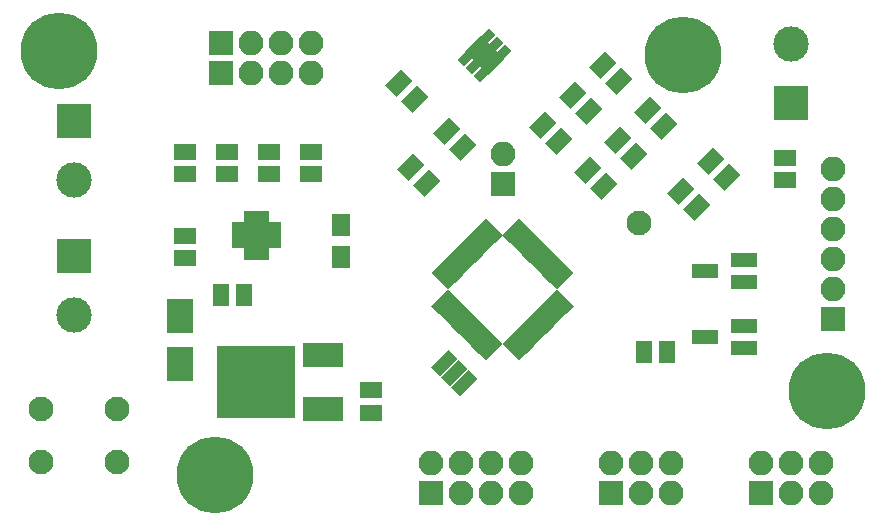
<source format=gts>
G04 #@! TF.FileFunction,Soldermask,Top*
%FSLAX46Y46*%
G04 Gerber Fmt 4.6, Leading zero omitted, Abs format (unit mm)*
G04 Created by KiCad (PCBNEW 4.0.7+dfsg1-1~bpo9+1) date Thu Mar 15 23:06:16 2018*
%MOMM*%
%LPD*%
G01*
G04 APERTURE LIST*
%ADD10C,0.100000*%
%ADD11C,6.496000*%
%ADD12R,1.900000X1.370000*%
%ADD13R,1.370000X1.900000*%
%ADD14R,2.200000X1.200000*%
%ADD15R,2.100000X2.100000*%
%ADD16O,2.100000X2.100000*%
%ADD17C,2.100000*%
%ADD18R,3.000000X3.000000*%
%ADD19C,3.000000*%
%ADD20R,1.600000X1.900000*%
%ADD21R,3.400000X2.000000*%
%ADD22R,6.600000X6.200000*%
%ADD23R,1.250000X0.680000*%
%ADD24R,0.680000X1.250000*%
%ADD25R,2.050000X2.050000*%
%ADD26R,2.200000X2.900000*%
G04 APERTURE END LIST*
D10*
D11*
X103200200Y-38760400D03*
D12*
X164592000Y-47813000D03*
X164592000Y-49723000D03*
X120904000Y-49215000D03*
X120904000Y-47305000D03*
X113792000Y-54417000D03*
X113792000Y-56327000D03*
X113792000Y-49215000D03*
X113792000Y-47305000D03*
X117348000Y-49215000D03*
X117348000Y-47305000D03*
D13*
X118811000Y-59436000D03*
X116901000Y-59436000D03*
D10*
G36*
X150421407Y-50017904D02*
X149077904Y-51361407D01*
X148109167Y-50392670D01*
X149452670Y-49049167D01*
X150421407Y-50017904D01*
X150421407Y-50017904D01*
G37*
G36*
X149070833Y-48667330D02*
X147727330Y-50010833D01*
X146758593Y-49042096D01*
X148102096Y-47698593D01*
X149070833Y-48667330D01*
X149070833Y-48667330D01*
G37*
G36*
X145488593Y-42692096D02*
X146832096Y-41348593D01*
X147800833Y-42317330D01*
X146457330Y-43660833D01*
X145488593Y-42692096D01*
X145488593Y-42692096D01*
G37*
G36*
X146839167Y-44042670D02*
X148182670Y-42699167D01*
X149151407Y-43667904D01*
X147807904Y-45011407D01*
X146839167Y-44042670D01*
X146839167Y-44042670D01*
G37*
G36*
X134419407Y-42651904D02*
X133075904Y-43995407D01*
X132107167Y-43026670D01*
X133450670Y-41683167D01*
X134419407Y-42651904D01*
X134419407Y-42651904D01*
G37*
G36*
X133068833Y-41301330D02*
X131725330Y-42644833D01*
X130756593Y-41676096D01*
X132100096Y-40332593D01*
X133068833Y-41301330D01*
X133068833Y-41301330D01*
G37*
D14*
X161162000Y-58354000D03*
X161162000Y-56454000D03*
X157862000Y-57404000D03*
X161162000Y-63942000D03*
X161162000Y-62042000D03*
X157862000Y-62992000D03*
D15*
X168656000Y-61468000D03*
D16*
X168656000Y-58928000D03*
X168656000Y-56388000D03*
X168656000Y-53848000D03*
X168656000Y-51308000D03*
X168656000Y-48768000D03*
D17*
X152298400Y-53365400D03*
D15*
X116840000Y-38100000D03*
D16*
X119380000Y-38100000D03*
X121920000Y-38100000D03*
X124460000Y-38100000D03*
D15*
X149860000Y-76200000D03*
D16*
X149860000Y-73660000D03*
X152400000Y-76200000D03*
X152400000Y-73660000D03*
X154940000Y-76200000D03*
X154940000Y-73660000D03*
D18*
X165100000Y-43180000D03*
D19*
X165100000Y-38180000D03*
D18*
X104394000Y-56134000D03*
D19*
X104394000Y-61134000D03*
D15*
X162560000Y-76200000D03*
D16*
X162560000Y-73660000D03*
X165100000Y-76200000D03*
X165100000Y-73660000D03*
X167640000Y-76200000D03*
X167640000Y-73660000D03*
D15*
X116840000Y-40640000D03*
D16*
X119380000Y-40640000D03*
X121920000Y-40640000D03*
X124460000Y-40640000D03*
D18*
X104394000Y-44704000D03*
D19*
X104394000Y-49704000D03*
D15*
X134620000Y-76200000D03*
D16*
X134620000Y-73660000D03*
X137160000Y-76200000D03*
X137160000Y-73660000D03*
X139700000Y-76200000D03*
X139700000Y-73660000D03*
X142240000Y-76200000D03*
X142240000Y-73660000D03*
D20*
X127000000Y-53514000D03*
X127000000Y-56214000D03*
D21*
X125516000Y-69112400D03*
X125516000Y-64542400D03*
D22*
X119836000Y-66827400D03*
D10*
G36*
X157172593Y-48280096D02*
X158516096Y-46936593D01*
X159484833Y-47905330D01*
X158141330Y-49248833D01*
X157172593Y-48280096D01*
X157172593Y-48280096D01*
G37*
G36*
X158523167Y-49630670D02*
X159866670Y-48287167D01*
X160835407Y-49255904D01*
X159491904Y-50599407D01*
X158523167Y-49630670D01*
X158523167Y-49630670D01*
G37*
G36*
X134820593Y-45740096D02*
X136164096Y-44396593D01*
X137132833Y-45365330D01*
X135789330Y-46708833D01*
X134820593Y-45740096D01*
X134820593Y-45740096D01*
G37*
G36*
X136171167Y-47090670D02*
X137514670Y-45747167D01*
X138483407Y-46715904D01*
X137139904Y-48059407D01*
X136171167Y-47090670D01*
X136171167Y-47090670D01*
G37*
D13*
X152715000Y-64262000D03*
X154625000Y-64262000D03*
D12*
X129540000Y-69408000D03*
X129540000Y-67498000D03*
X124460000Y-47305000D03*
X124460000Y-49215000D03*
D10*
G36*
X155501407Y-44937904D02*
X154157904Y-46281407D01*
X153189167Y-45312670D01*
X154532670Y-43969167D01*
X155501407Y-44937904D01*
X155501407Y-44937904D01*
G37*
G36*
X154150833Y-43587330D02*
X152807330Y-44930833D01*
X151838593Y-43962096D01*
X153182096Y-42618593D01*
X154150833Y-43587330D01*
X154150833Y-43587330D01*
G37*
G36*
X151691407Y-41127904D02*
X150347904Y-42471407D01*
X149379167Y-41502670D01*
X150722670Y-40159167D01*
X151691407Y-41127904D01*
X151691407Y-41127904D01*
G37*
G36*
X150340833Y-39777330D02*
X148997330Y-41120833D01*
X148028593Y-40152096D01*
X149372096Y-38808593D01*
X150340833Y-39777330D01*
X150340833Y-39777330D01*
G37*
G36*
X152961407Y-47477904D02*
X151617904Y-48821407D01*
X150649167Y-47852670D01*
X151992670Y-46509167D01*
X152961407Y-47477904D01*
X152961407Y-47477904D01*
G37*
G36*
X151610833Y-46127330D02*
X150267330Y-47470833D01*
X149298593Y-46502096D01*
X150642096Y-45158593D01*
X151610833Y-46127330D01*
X151610833Y-46127330D01*
G37*
G36*
X142948593Y-45232096D02*
X144292096Y-43888593D01*
X145260833Y-44857330D01*
X143917330Y-46200833D01*
X142948593Y-45232096D01*
X142948593Y-45232096D01*
G37*
G36*
X144299167Y-46582670D02*
X145642670Y-45239167D01*
X146611407Y-46207904D01*
X145267904Y-47551407D01*
X144299167Y-46582670D01*
X144299167Y-46582670D01*
G37*
G36*
X131772593Y-48788096D02*
X133116096Y-47444593D01*
X134084833Y-48413330D01*
X132741330Y-49756833D01*
X131772593Y-48788096D01*
X131772593Y-48788096D01*
G37*
G36*
X133123167Y-50138670D02*
X134466670Y-48795167D01*
X135435407Y-49763904D01*
X134091904Y-51107407D01*
X133123167Y-50138670D01*
X133123167Y-50138670D01*
G37*
G36*
X135359666Y-60996288D02*
X134687914Y-60324536D01*
X136102128Y-58910322D01*
X136773880Y-59582074D01*
X135359666Y-60996288D01*
X135359666Y-60996288D01*
G37*
G36*
X135925352Y-61561973D02*
X135253600Y-60890221D01*
X136667814Y-59476007D01*
X137339566Y-60147759D01*
X135925352Y-61561973D01*
X135925352Y-61561973D01*
G37*
G36*
X136491037Y-62127659D02*
X135819285Y-61455907D01*
X137233499Y-60041693D01*
X137905251Y-60713445D01*
X136491037Y-62127659D01*
X136491037Y-62127659D01*
G37*
G36*
X137056722Y-62693344D02*
X136384970Y-62021592D01*
X137799184Y-60607378D01*
X138470936Y-61279130D01*
X137056722Y-62693344D01*
X137056722Y-62693344D01*
G37*
G36*
X137622408Y-63259030D02*
X136950656Y-62587278D01*
X138364870Y-61173064D01*
X139036622Y-61844816D01*
X137622408Y-63259030D01*
X137622408Y-63259030D01*
G37*
G36*
X138188093Y-63824715D02*
X137516341Y-63152963D01*
X138930555Y-61738749D01*
X139602307Y-62410501D01*
X138188093Y-63824715D01*
X138188093Y-63824715D01*
G37*
G36*
X138753779Y-64390400D02*
X138082027Y-63718648D01*
X139496241Y-62304434D01*
X140167993Y-62976186D01*
X138753779Y-64390400D01*
X138753779Y-64390400D01*
G37*
G36*
X139319464Y-64956086D02*
X138647712Y-64284334D01*
X140061926Y-62870120D01*
X140733678Y-63541872D01*
X139319464Y-64956086D01*
X139319464Y-64956086D01*
G37*
G36*
X142784288Y-64284334D02*
X142112536Y-64956086D01*
X140698322Y-63541872D01*
X141370074Y-62870120D01*
X142784288Y-64284334D01*
X142784288Y-64284334D01*
G37*
G36*
X143349973Y-63718648D02*
X142678221Y-64390400D01*
X141264007Y-62976186D01*
X141935759Y-62304434D01*
X143349973Y-63718648D01*
X143349973Y-63718648D01*
G37*
G36*
X143915659Y-63152963D02*
X143243907Y-63824715D01*
X141829693Y-62410501D01*
X142501445Y-61738749D01*
X143915659Y-63152963D01*
X143915659Y-63152963D01*
G37*
G36*
X144481344Y-62587278D02*
X143809592Y-63259030D01*
X142395378Y-61844816D01*
X143067130Y-61173064D01*
X144481344Y-62587278D01*
X144481344Y-62587278D01*
G37*
G36*
X145047030Y-62021592D02*
X144375278Y-62693344D01*
X142961064Y-61279130D01*
X143632816Y-60607378D01*
X145047030Y-62021592D01*
X145047030Y-62021592D01*
G37*
G36*
X145612715Y-61455907D02*
X144940963Y-62127659D01*
X143526749Y-60713445D01*
X144198501Y-60041693D01*
X145612715Y-61455907D01*
X145612715Y-61455907D01*
G37*
G36*
X146178400Y-60890221D02*
X145506648Y-61561973D01*
X144092434Y-60147759D01*
X144764186Y-59476007D01*
X146178400Y-60890221D01*
X146178400Y-60890221D01*
G37*
G36*
X146744086Y-60324536D02*
X146072334Y-60996288D01*
X144658120Y-59582074D01*
X145329872Y-58910322D01*
X146744086Y-60324536D01*
X146744086Y-60324536D01*
G37*
G36*
X145329872Y-58945678D02*
X144658120Y-58273926D01*
X146072334Y-56859712D01*
X146744086Y-57531464D01*
X145329872Y-58945678D01*
X145329872Y-58945678D01*
G37*
G36*
X144764186Y-58379993D02*
X144092434Y-57708241D01*
X145506648Y-56294027D01*
X146178400Y-56965779D01*
X144764186Y-58379993D01*
X144764186Y-58379993D01*
G37*
G36*
X144198501Y-57814307D02*
X143526749Y-57142555D01*
X144940963Y-55728341D01*
X145612715Y-56400093D01*
X144198501Y-57814307D01*
X144198501Y-57814307D01*
G37*
G36*
X143632816Y-57248622D02*
X142961064Y-56576870D01*
X144375278Y-55162656D01*
X145047030Y-55834408D01*
X143632816Y-57248622D01*
X143632816Y-57248622D01*
G37*
G36*
X143067130Y-56682936D02*
X142395378Y-56011184D01*
X143809592Y-54596970D01*
X144481344Y-55268722D01*
X143067130Y-56682936D01*
X143067130Y-56682936D01*
G37*
G36*
X142501445Y-56117251D02*
X141829693Y-55445499D01*
X143243907Y-54031285D01*
X143915659Y-54703037D01*
X142501445Y-56117251D01*
X142501445Y-56117251D01*
G37*
G36*
X141935759Y-55551566D02*
X141264007Y-54879814D01*
X142678221Y-53465600D01*
X143349973Y-54137352D01*
X141935759Y-55551566D01*
X141935759Y-55551566D01*
G37*
G36*
X141370074Y-54985880D02*
X140698322Y-54314128D01*
X142112536Y-52899914D01*
X142784288Y-53571666D01*
X141370074Y-54985880D01*
X141370074Y-54985880D01*
G37*
G36*
X140733678Y-54314128D02*
X140061926Y-54985880D01*
X138647712Y-53571666D01*
X139319464Y-52899914D01*
X140733678Y-54314128D01*
X140733678Y-54314128D01*
G37*
G36*
X140167993Y-54879814D02*
X139496241Y-55551566D01*
X138082027Y-54137352D01*
X138753779Y-53465600D01*
X140167993Y-54879814D01*
X140167993Y-54879814D01*
G37*
G36*
X139602307Y-55445499D02*
X138930555Y-56117251D01*
X137516341Y-54703037D01*
X138188093Y-54031285D01*
X139602307Y-55445499D01*
X139602307Y-55445499D01*
G37*
G36*
X139036622Y-56011184D02*
X138364870Y-56682936D01*
X136950656Y-55268722D01*
X137622408Y-54596970D01*
X139036622Y-56011184D01*
X139036622Y-56011184D01*
G37*
G36*
X138470936Y-56576870D02*
X137799184Y-57248622D01*
X136384970Y-55834408D01*
X137056722Y-55162656D01*
X138470936Y-56576870D01*
X138470936Y-56576870D01*
G37*
G36*
X137905251Y-57142555D02*
X137233499Y-57814307D01*
X135819285Y-56400093D01*
X136491037Y-55728341D01*
X137905251Y-57142555D01*
X137905251Y-57142555D01*
G37*
G36*
X137339566Y-57708241D02*
X136667814Y-58379993D01*
X135253600Y-56965779D01*
X135925352Y-56294027D01*
X137339566Y-57708241D01*
X137339566Y-57708241D01*
G37*
G36*
X136773880Y-58273926D02*
X136102128Y-58945678D01*
X134687914Y-57531464D01*
X135359666Y-56859712D01*
X136773880Y-58273926D01*
X136773880Y-58273926D01*
G37*
D23*
X121363000Y-55106000D03*
X121363000Y-54606000D03*
X121363000Y-54106000D03*
X121363000Y-53606000D03*
D24*
X120638000Y-52881000D03*
X120138000Y-52881000D03*
X119638000Y-52881000D03*
X119138000Y-52881000D03*
D23*
X118413000Y-53606000D03*
X118413000Y-54106000D03*
X118413000Y-54606000D03*
X118413000Y-55106000D03*
D24*
X119138000Y-55831000D03*
X119638000Y-55831000D03*
X120138000Y-55831000D03*
X120638000Y-55831000D03*
D25*
X119888000Y-54356000D03*
D10*
G36*
X138873802Y-37454299D02*
X140853701Y-39434198D01*
X139510198Y-40777701D01*
X137530299Y-38797802D01*
X138873802Y-37454299D01*
X138873802Y-37454299D01*
G37*
G36*
X140924412Y-38161406D02*
X141490097Y-38727091D01*
X140782990Y-39434198D01*
X140217305Y-38868513D01*
X140924412Y-38161406D01*
X140924412Y-38161406D01*
G37*
G36*
X140252660Y-37489655D02*
X140818345Y-38055340D01*
X140111238Y-38762447D01*
X139545553Y-38196762D01*
X140252660Y-37489655D01*
X140252660Y-37489655D01*
G37*
G36*
X139580909Y-36817903D02*
X140146594Y-37383588D01*
X139439487Y-38090695D01*
X138873802Y-37525010D01*
X139580909Y-36817903D01*
X139580909Y-36817903D01*
G37*
G36*
X137601010Y-38797802D02*
X138166695Y-39363487D01*
X137459588Y-40070594D01*
X136893903Y-39504909D01*
X137601010Y-38797802D01*
X137601010Y-38797802D01*
G37*
G36*
X138272762Y-39469553D02*
X138838447Y-40035238D01*
X138131340Y-40742345D01*
X137565655Y-40176660D01*
X138272762Y-39469553D01*
X138272762Y-39469553D01*
G37*
G36*
X138944513Y-40141305D02*
X139510198Y-40706990D01*
X138803091Y-41414097D01*
X138237406Y-40848412D01*
X138944513Y-40141305D01*
X138944513Y-40141305D01*
G37*
G36*
X134672101Y-65545025D02*
X136157025Y-64060101D01*
X136934843Y-64837919D01*
X135449919Y-66322843D01*
X134672101Y-65545025D01*
X134672101Y-65545025D01*
G37*
G36*
X135520629Y-66393553D02*
X137005553Y-64908629D01*
X137783371Y-65686447D01*
X136298447Y-67171371D01*
X135520629Y-66393553D01*
X135520629Y-66393553D01*
G37*
G36*
X136369157Y-67242081D02*
X137854081Y-65757157D01*
X138631899Y-66534975D01*
X137146975Y-68019899D01*
X136369157Y-67242081D01*
X136369157Y-67242081D01*
G37*
D11*
X116332000Y-74676000D03*
X168148000Y-67564000D03*
X155956000Y-39116000D03*
D15*
X140766800Y-50038000D03*
D16*
X140766800Y-47498000D03*
D17*
X108100000Y-73588000D03*
X101600000Y-73588000D03*
X108100000Y-69088000D03*
X101600000Y-69088000D03*
D10*
G36*
X154632593Y-50820096D02*
X155976096Y-49476593D01*
X156944833Y-50445330D01*
X155601330Y-51788833D01*
X154632593Y-50820096D01*
X154632593Y-50820096D01*
G37*
G36*
X155983167Y-52170670D02*
X157326670Y-50827167D01*
X158295407Y-51795904D01*
X156951904Y-53139407D01*
X155983167Y-52170670D01*
X155983167Y-52170670D01*
G37*
D26*
X113385600Y-61246000D03*
X113385600Y-65246000D03*
M02*

</source>
